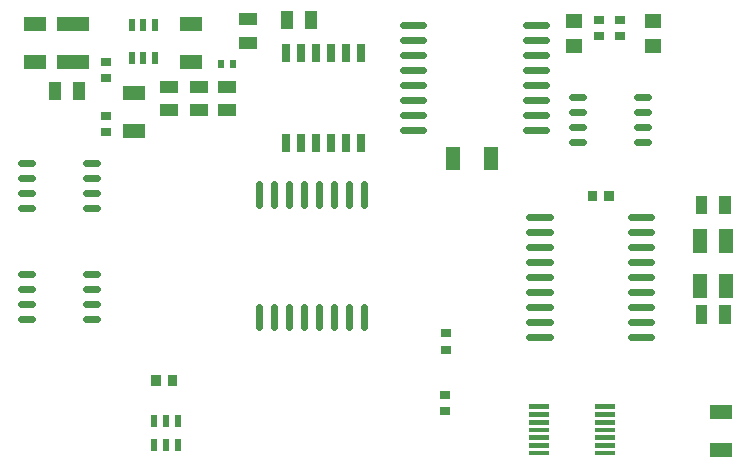
<source format=gtp>
G04 Layer: TopPasteMaskLayer*
G04 EasyEDA v6.4.7, 2020-12-07T12:31:00+11:00*
G04 abd5dd9122e84a36b54d064553817704,febe97c2bcdd4f57a3b586bf34626918,10*
G04 Gerber Generator version 0.2*
G04 Scale: 100 percent, Rotated: No, Reflected: No *
G04 Dimensions in millimeters *
G04 leading zeros omitted , absolute positions ,3 integer and 3 decimal *
%FSLAX33Y33*%
%MOMM*%
G90*
D02*

%ADD13C,0.599999*%
%ADD17R,1.550010X0.999998*%
%ADD18R,0.999998X1.550010*%
%ADD19R,0.499999X0.799998*%
%ADD20R,2.699995X1.199998*%
%ADD21R,0.899998X0.799998*%
%ADD22R,1.899996X1.199998*%
%ADD23R,0.550012X0.999998*%
%ADD24R,0.762000X1.524000*%
%ADD25R,1.399540X1.300480*%
%ADD26R,1.299997X1.999996*%
%ADD27R,0.499999X0.999998*%

%LPD*%
G54D13*
G01X56844Y28829D02*
G01X55144Y28829D01*
G01X56844Y30099D02*
G01X55144Y30099D01*
G01X56844Y31369D02*
G01X55144Y31369D01*
G01X56844Y32639D02*
G01X55144Y32639D01*
G01X56844Y33909D02*
G01X55144Y33909D01*
G01X56844Y35179D02*
G01X55144Y35179D01*
G01X56844Y36449D02*
G01X55144Y36449D01*
G01X56844Y37719D02*
G01X55144Y37719D01*
G01X46455Y28829D02*
G01X44755Y28829D01*
G01X46455Y30099D02*
G01X44755Y30099D01*
G01X46455Y31369D02*
G01X44755Y31369D01*
G01X46455Y32639D02*
G01X44755Y32639D01*
G01X46455Y33909D02*
G01X44755Y33909D01*
G01X46455Y35179D02*
G01X44755Y35179D01*
G01X46455Y36449D02*
G01X44755Y36449D01*
G01X46455Y37719D02*
G01X44755Y37719D01*
G01X65728Y11303D02*
G01X64028Y11303D01*
G01X65728Y12573D02*
G01X64028Y12573D01*
G01X65728Y13843D02*
G01X64028Y13843D01*
G01X65728Y15113D02*
G01X64028Y15113D01*
G01X65728Y16383D02*
G01X64028Y16383D01*
G01X65728Y17653D02*
G01X64028Y17653D01*
G01X65728Y18923D02*
G01X64028Y18923D01*
G01X65728Y20193D02*
G01X64028Y20193D01*
G01X65728Y21463D02*
G01X64028Y21463D01*
G01X57129Y11303D02*
G01X55429Y11303D01*
G01X57129Y12573D02*
G01X55429Y12573D01*
G01X57129Y13843D02*
G01X55429Y13843D01*
G01X57129Y15113D02*
G01X55429Y15113D01*
G01X57129Y16383D02*
G01X55429Y16383D01*
G01X57129Y17653D02*
G01X55429Y17653D01*
G01X57129Y18923D02*
G01X55429Y18923D01*
G01X57129Y20193D02*
G01X55429Y20193D01*
G01X57129Y21463D02*
G01X55429Y21463D01*
G01X32512Y12116D02*
G01X32512Y13816D01*
G01X33782Y12116D02*
G01X33782Y13816D01*
G01X35052Y12116D02*
G01X35052Y13816D01*
G01X36322Y12116D02*
G01X36322Y13816D01*
G01X37592Y12116D02*
G01X37592Y13816D01*
G01X38862Y12116D02*
G01X38862Y13816D01*
G01X40132Y12116D02*
G01X40132Y13816D01*
G01X41402Y12116D02*
G01X41402Y13816D01*
G01X32512Y22505D02*
G01X32512Y24205D01*
G01X33782Y22505D02*
G01X33782Y24205D01*
G01X35052Y22505D02*
G01X35052Y24205D01*
G01X36322Y22505D02*
G01X36322Y24205D01*
G01X37592Y22505D02*
G01X37592Y24205D01*
G01X38862Y22505D02*
G01X38862Y24205D01*
G01X40132Y22505D02*
G01X40132Y24205D01*
G01X41402Y22505D02*
G01X41402Y24205D01*
G01X17900Y22225D02*
G01X18820Y22225D01*
G01X17900Y23495D02*
G01X18820Y23495D01*
G01X17900Y24765D02*
G01X18820Y24765D01*
G01X17900Y26035D02*
G01X18820Y26035D01*
G01X12421Y22225D02*
G01X13341Y22225D01*
G01X12421Y23495D02*
G01X13341Y23495D01*
G01X12421Y24765D02*
G01X13341Y24765D01*
G01X12421Y26035D02*
G01X13341Y26035D01*
G01X17900Y12827D02*
G01X18820Y12827D01*
G01X17900Y14097D02*
G01X18820Y14097D01*
G01X17900Y15367D02*
G01X18820Y15367D01*
G01X17900Y16637D02*
G01X18820Y16637D01*
G01X12421Y12827D02*
G01X13341Y12827D01*
G01X12421Y14097D02*
G01X13341Y14097D01*
G01X12421Y15367D02*
G01X13341Y15367D01*
G01X12421Y16637D02*
G01X13341Y16637D01*
G01X64509Y27813D02*
G01X65429Y27813D01*
G01X64509Y29083D02*
G01X65429Y29083D01*
G01X64509Y30353D02*
G01X65429Y30353D01*
G01X64509Y31623D02*
G01X65429Y31623D01*
G01X59030Y27813D02*
G01X59950Y27813D01*
G01X59030Y29083D02*
G01X59950Y29083D01*
G01X59030Y30353D02*
G01X59950Y30353D01*
G01X59030Y31623D02*
G01X59950Y31623D01*
G36*
G01X61767Y23691D02*
G01X62567Y23691D01*
G01X62567Y22790D01*
G01X61767Y22790D01*
G01X61767Y23691D01*
G37*
G36*
G01X60368Y23691D02*
G01X61168Y23691D01*
G01X61168Y22790D01*
G01X60368Y22790D01*
G01X60368Y23691D01*
G37*
G36*
G01X24810Y8070D02*
G01X25610Y8070D01*
G01X25610Y7169D01*
G01X24810Y7169D01*
G01X24810Y8070D01*
G37*
G36*
G01X23411Y8070D02*
G01X24211Y8070D01*
G01X24211Y7169D01*
G01X23411Y7169D01*
G01X23411Y8070D01*
G37*
G36*
G01X55404Y5578D02*
G01X57104Y5578D01*
G01X57104Y5178D01*
G01X55404Y5178D01*
G01X55404Y5578D01*
G37*
G36*
G01X55404Y4928D02*
G01X57104Y4928D01*
G01X57104Y4528D01*
G01X55404Y4528D01*
G01X55404Y4928D01*
G37*
G36*
G01X55404Y4278D02*
G01X57104Y4278D01*
G01X57104Y3878D01*
G01X55404Y3878D01*
G01X55404Y4278D01*
G37*
G36*
G01X55404Y3628D02*
G01X57104Y3628D01*
G01X57104Y3229D01*
G01X55404Y3229D01*
G01X55404Y3628D01*
G37*
G36*
G01X55404Y2979D02*
G01X57104Y2979D01*
G01X57104Y2579D01*
G01X55404Y2579D01*
G01X55404Y2979D01*
G37*
G36*
G01X55404Y2329D02*
G01X57104Y2329D01*
G01X57104Y1929D01*
G01X55404Y1929D01*
G01X55404Y2329D01*
G37*
G36*
G01X55404Y1679D02*
G01X57104Y1679D01*
G01X57104Y1279D01*
G01X55404Y1279D01*
G01X55404Y1679D01*
G37*
G36*
G01X61005Y1679D02*
G01X62705Y1679D01*
G01X62705Y1279D01*
G01X61005Y1279D01*
G01X61005Y1679D01*
G37*
G36*
G01X61005Y2329D02*
G01X62705Y2329D01*
G01X62705Y1929D01*
G01X61005Y1929D01*
G01X61005Y2329D01*
G37*
G36*
G01X61005Y2979D02*
G01X62705Y2979D01*
G01X62705Y2579D01*
G01X61005Y2579D01*
G01X61005Y2979D01*
G37*
G36*
G01X61005Y3628D02*
G01X62705Y3628D01*
G01X62705Y3229D01*
G01X61005Y3229D01*
G01X61005Y3628D01*
G37*
G36*
G01X61005Y4278D02*
G01X62705Y4278D01*
G01X62705Y3878D01*
G01X61005Y3878D01*
G01X61005Y4278D01*
G37*
G36*
G01X61005Y4928D02*
G01X62705Y4928D01*
G01X62705Y4528D01*
G01X61005Y4528D01*
G01X61005Y4928D01*
G37*
G36*
G01X61005Y5578D02*
G01X62705Y5578D01*
G01X62705Y5178D01*
G01X61005Y5178D01*
G01X61005Y5578D01*
G37*
G54D17*
G01X27432Y30496D03*
G01X27432Y32495D03*
G54D18*
G01X36940Y38100D03*
G01X34941Y38100D03*
G54D17*
G01X31623Y36211D03*
G01X31623Y38210D03*
G54D19*
G01X29345Y34417D03*
G01X30344Y34417D03*
G54D20*
G01X16764Y37795D03*
G01X16764Y34594D03*
G54D18*
G01X15256Y32131D03*
G01X17255Y32131D03*
G54D21*
G01X19558Y33208D03*
G01X19558Y34608D03*
G54D22*
G01X13589Y37795D03*
G01X13589Y34594D03*
G54D21*
G01X19558Y28636D03*
G01X19558Y30036D03*
G54D17*
G01X24892Y30496D03*
G01X24892Y32495D03*
G01X29845Y30496D03*
G01X29845Y32495D03*
G54D23*
G01X23683Y34921D03*
G01X22733Y34921D03*
G01X21783Y34921D03*
G01X21783Y37722D03*
G01X22733Y37722D03*
G01X23683Y37722D03*
G54D22*
G01X26797Y37795D03*
G01X26797Y34594D03*
G01X21971Y28752D03*
G01X21971Y31953D03*
G54D24*
G01X38608Y27686D03*
G01X38608Y35306D03*
G01X39878Y35306D03*
G01X39878Y27686D03*
G01X41148Y27686D03*
G01X41148Y35306D03*
G01X37338Y35306D03*
G01X37338Y27686D03*
G01X36068Y27686D03*
G01X36068Y35306D03*
G01X34798Y35306D03*
G01X34798Y27686D03*
G36*
G01X69493Y23254D02*
G01X70493Y23254D01*
G01X70493Y21703D01*
G01X69493Y21703D01*
G01X69493Y23254D01*
G37*
G36*
G01X71492Y23254D02*
G01X72492Y23254D01*
G01X72492Y21703D01*
G01X71492Y21703D01*
G01X71492Y23254D01*
G37*
G36*
G01X69493Y13983D02*
G01X70493Y13983D01*
G01X70493Y12432D01*
G01X69493Y12432D01*
G01X69493Y13983D01*
G37*
G36*
G01X71492Y13983D02*
G01X72492Y13983D01*
G01X72492Y12432D01*
G01X71492Y12432D01*
G01X71492Y13983D01*
G37*
G54D21*
G01X48387Y10221D03*
G01X48387Y11622D03*
G01X48260Y5014D03*
G01X48260Y6415D03*
G54D22*
G01X71628Y1702D03*
G01X71628Y4902D03*
G54D25*
G01X65913Y38007D03*
G01X65913Y35906D03*
G01X59182Y38007D03*
G01X59182Y35906D03*
G54D26*
G01X72093Y15626D03*
G01X69892Y19425D03*
G01X72093Y19425D03*
G01X69892Y15626D03*
G54D21*
G01X63119Y36764D03*
G01X63119Y38165D03*
G01X61341Y36764D03*
G01X61341Y38165D03*
G54D27*
G01X25638Y4174D03*
G01X24638Y4174D03*
G01X23637Y4174D03*
G01X23637Y2175D03*
G01X24638Y2175D03*
G01X25638Y2175D03*
G36*
G01X51546Y27366D02*
G01X52746Y27366D01*
G01X52746Y25465D01*
G01X51546Y25465D01*
G01X51546Y27366D01*
G37*
G36*
G01X48345Y27366D02*
G01X49545Y27366D01*
G01X49545Y25465D01*
G01X48345Y25465D01*
G01X48345Y27366D01*
G37*
M00*
M02*

</source>
